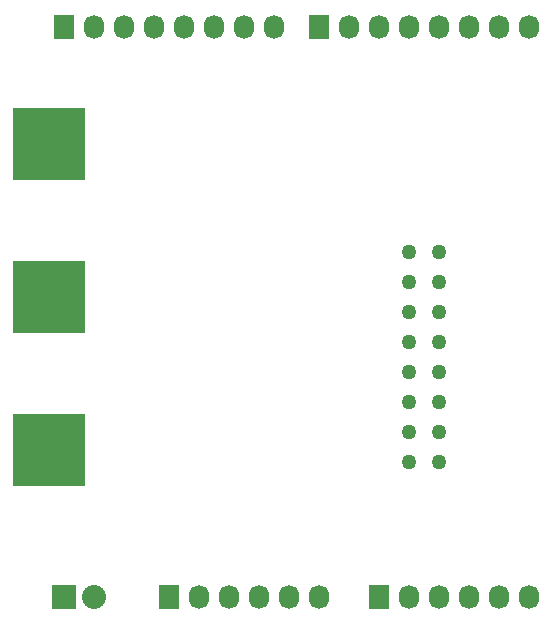
<source format=gbs>
%FSLAX46Y46*%
G04 Gerber Fmt 4.6, Leading zero omitted, Abs format (unit mm)*
G04 Created by KiCad (PCBNEW (2014-08-05 BZR 5054)-product) date Thu 28 Aug 2014 10:01:32 PM PDT*
%MOMM*%
G01*
G04 APERTURE LIST*
%ADD10C,0.152400*%
%ADD11R,1.727200X2.032000*%
%ADD12O,1.727200X2.032000*%
%ADD13R,2.032000X2.032000*%
%ADD14O,2.032000X2.032000*%
%ADD15R,6.096000X6.096000*%
%ADD16C,1.270000*%
G04 APERTURE END LIST*
D10*
D11*
X163830000Y-137160000D03*
D12*
X166370000Y-137160000D03*
X168910000Y-137160000D03*
X171450000Y-137160000D03*
X173990000Y-137160000D03*
X176530000Y-137160000D03*
D11*
X181610000Y-137160000D03*
D12*
X184150000Y-137160000D03*
X186690000Y-137160000D03*
X189230000Y-137160000D03*
X191770000Y-137160000D03*
X194310000Y-137160000D03*
D11*
X154940000Y-88900000D03*
D12*
X157480000Y-88900000D03*
X160020000Y-88900000D03*
X162560000Y-88900000D03*
X165100000Y-88900000D03*
X167640000Y-88900000D03*
X170180000Y-88900000D03*
X172720000Y-88900000D03*
D11*
X176530000Y-88900000D03*
D12*
X179070000Y-88900000D03*
X181610000Y-88900000D03*
X184150000Y-88900000D03*
X186690000Y-88900000D03*
X189230000Y-88900000D03*
X191770000Y-88900000D03*
X194310000Y-88900000D03*
D13*
X154940000Y-137160000D03*
D14*
X157480000Y-137160000D03*
D15*
X153670000Y-111760000D03*
X153670000Y-98806000D03*
X153670000Y-124714000D03*
D16*
X184150000Y-125730000D03*
X186690000Y-125730000D03*
X184150000Y-123190000D03*
X186690000Y-123190000D03*
X184150000Y-120650000D03*
X186690000Y-120650000D03*
X184150000Y-118110000D03*
X186690000Y-118110000D03*
X184150000Y-115570000D03*
X186690000Y-115570000D03*
X184150000Y-113030000D03*
X186690000Y-113030000D03*
X184150000Y-110490000D03*
X186690000Y-110490000D03*
X184150000Y-107950000D03*
X186690000Y-107950000D03*
M02*

</source>
